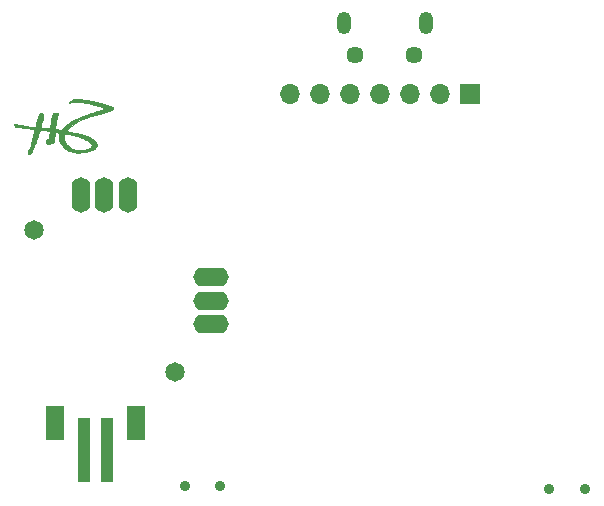
<source format=gbr>
G04 #@! TF.FileFunction,Soldermask,Bot*
%FSLAX46Y46*%
G04 Gerber Fmt 4.6, Leading zero omitted, Abs format (unit mm)*
G04 Created by KiCad (PCBNEW 4.0.4-stable) date 07/06/18 22:39:36*
%MOMM*%
%LPD*%
G01*
G04 APERTURE LIST*
%ADD10C,0.100000*%
%ADD11C,0.010000*%
%ADD12R,1.700000X1.700000*%
%ADD13O,1.700000X1.700000*%
%ADD14R,1.000000X5.500000*%
%ADD15R,1.600000X3.000000*%
%ADD16C,1.450000*%
%ADD17O,1.200000X1.900000*%
%ADD18C,0.900000*%
%ADD19O,3.000000X1.600000*%
%ADD20O,1.600000X3.000000*%
%ADD21C,1.650000*%
G04 APERTURE END LIST*
D10*
D11*
G36*
X111654219Y-65855526D02*
X111601566Y-65884793D01*
X111560568Y-65908469D01*
X111528763Y-65928221D01*
X111503688Y-65945719D01*
X111482880Y-65962630D01*
X111463877Y-65980624D01*
X111453113Y-65991787D01*
X111437752Y-66010174D01*
X111421396Y-66032913D01*
X111406446Y-66056174D01*
X111395299Y-66076130D01*
X111390357Y-66088952D01*
X111390740Y-66091322D01*
X111398785Y-66090370D01*
X111418791Y-66086152D01*
X111447362Y-66079416D01*
X111468373Y-66074182D01*
X111561748Y-66053474D01*
X111666266Y-66035641D01*
X111777339Y-66021399D01*
X111853667Y-66014178D01*
X111913824Y-66010695D01*
X111986129Y-66008745D01*
X112066936Y-66008258D01*
X112152600Y-66009160D01*
X112239476Y-66011381D01*
X112323918Y-66014848D01*
X112402280Y-66019490D01*
X112470918Y-66025236D01*
X112483688Y-66026569D01*
X112734256Y-66059933D01*
X112993338Y-66106462D01*
X113260665Y-66166095D01*
X113535970Y-66238771D01*
X113818986Y-66324429D01*
X113870309Y-66341084D01*
X113937804Y-66363512D01*
X114007436Y-66387205D01*
X114077597Y-66411567D01*
X114146677Y-66436004D01*
X114213065Y-66459921D01*
X114275154Y-66482721D01*
X114331332Y-66503810D01*
X114379991Y-66522593D01*
X114419521Y-66538474D01*
X114448312Y-66550859D01*
X114464755Y-66559152D01*
X114468063Y-66562127D01*
X114465245Y-66564310D01*
X114456302Y-66568303D01*
X114440499Y-66574348D01*
X114417104Y-66582685D01*
X114385381Y-66593557D01*
X114344596Y-66607205D01*
X114294016Y-66623870D01*
X114232906Y-66643794D01*
X114160533Y-66667218D01*
X114076162Y-66694383D01*
X113979060Y-66725532D01*
X113868491Y-66760905D01*
X113743723Y-66800743D01*
X113706063Y-66812757D01*
X113550658Y-66862465D01*
X113409158Y-66908047D01*
X113280265Y-66949948D01*
X113162682Y-66988618D01*
X113055113Y-67024503D01*
X112956259Y-67058050D01*
X112864823Y-67089707D01*
X112779510Y-67119922D01*
X112699020Y-67149142D01*
X112622058Y-67177814D01*
X112547326Y-67206386D01*
X112473526Y-67235305D01*
X112426022Y-67254267D01*
X112203146Y-67347607D01*
X111995270Y-67442599D01*
X111801560Y-67539766D01*
X111621181Y-67639632D01*
X111453299Y-67742719D01*
X111297079Y-67849551D01*
X111151686Y-67960651D01*
X111016285Y-68076543D01*
X110890043Y-68197749D01*
X110842977Y-68246716D01*
X110813166Y-68278822D01*
X110784738Y-68310116D01*
X110760851Y-68337082D01*
X110744662Y-68356203D01*
X110744280Y-68356679D01*
X110717594Y-68390014D01*
X110654094Y-68385951D01*
X110621942Y-68382287D01*
X110579733Y-68375198D01*
X110532661Y-68365661D01*
X110485922Y-68354656D01*
X110480306Y-68353211D01*
X110420353Y-68338753D01*
X110362929Y-68327014D01*
X110310694Y-68318387D01*
X110266308Y-68313268D01*
X110232431Y-68312050D01*
X110215318Y-68313983D01*
X110196047Y-68318820D01*
X110201167Y-68240363D01*
X110209381Y-68133435D01*
X110220006Y-68030586D01*
X110233583Y-67928284D01*
X110250656Y-67822994D01*
X110271765Y-67711184D01*
X110297452Y-67589318D01*
X110308721Y-67538775D01*
X110332308Y-67433941D01*
X110352518Y-67343172D01*
X110369645Y-67265089D01*
X110383984Y-67198311D01*
X110395828Y-67141459D01*
X110405471Y-67093153D01*
X110413208Y-67052014D01*
X110416713Y-67032199D01*
X110423373Y-66993789D01*
X110426164Y-66967839D01*
X110422976Y-66951031D01*
X110411696Y-66940046D01*
X110390213Y-66931566D01*
X110356414Y-66922275D01*
X110344765Y-66919159D01*
X110269737Y-66905390D01*
X110199770Y-66905656D01*
X110135800Y-66919791D01*
X110078766Y-66947628D01*
X110046542Y-66972371D01*
X110012991Y-67006775D01*
X109982568Y-67047339D01*
X109955021Y-67095008D01*
X109930100Y-67150729D01*
X109907554Y-67215448D01*
X109887132Y-67290111D01*
X109868582Y-67375664D01*
X109851655Y-67473054D01*
X109836099Y-67583225D01*
X109821663Y-67707124D01*
X109808096Y-67845698D01*
X109804693Y-67884093D01*
X109799141Y-67947048D01*
X109793650Y-68007611D01*
X109788465Y-68063203D01*
X109783832Y-68111246D01*
X109779996Y-68149162D01*
X109777201Y-68174374D01*
X109776774Y-68177781D01*
X109773097Y-68207875D01*
X109770414Y-68233246D01*
X109769308Y-68248332D01*
X109768429Y-68253801D01*
X109764510Y-68257626D01*
X109755319Y-68259982D01*
X109738626Y-68261042D01*
X109712196Y-68260980D01*
X109673798Y-68259969D01*
X109636110Y-68258705D01*
X109508769Y-68250278D01*
X109383767Y-68234409D01*
X109376157Y-68233173D01*
X109290521Y-68220972D01*
X109205467Y-68213055D01*
X109113164Y-68208706D01*
X109106282Y-68208518D01*
X108963407Y-68204780D01*
X108964005Y-68135718D01*
X108964772Y-68110228D01*
X108966908Y-68084423D01*
X108970841Y-68056543D01*
X108976999Y-68024825D01*
X108985808Y-67987509D01*
X108997697Y-67942835D01*
X109013093Y-67889042D01*
X109032423Y-67824368D01*
X109056115Y-67747053D01*
X109066523Y-67713437D01*
X109101110Y-67599415D01*
X109129852Y-67499034D01*
X109153005Y-67411281D01*
X109170828Y-67335141D01*
X109183578Y-67269602D01*
X109189585Y-67229787D01*
X109195325Y-67152287D01*
X109190968Y-67086633D01*
X109176565Y-67032946D01*
X109152163Y-66991346D01*
X109117813Y-66961953D01*
X109073564Y-66944888D01*
X109072504Y-66944657D01*
X109024448Y-66940721D01*
X108978784Y-66950377D01*
X108935025Y-66974029D01*
X108892686Y-67012080D01*
X108851282Y-67064937D01*
X108810326Y-67133002D01*
X108784164Y-67184650D01*
X108753450Y-67254357D01*
X108723799Y-67332979D01*
X108694849Y-67421751D01*
X108666238Y-67521910D01*
X108637604Y-67634693D01*
X108608584Y-67761335D01*
X108590663Y-67845321D01*
X108579258Y-67900001D01*
X108568101Y-67953319D01*
X108557890Y-68001965D01*
X108549319Y-68042626D01*
X108543084Y-68071991D01*
X108541841Y-68077787D01*
X108529192Y-68136542D01*
X108388038Y-68131243D01*
X108307542Y-68127433D01*
X108227954Y-68121945D01*
X108147434Y-68114512D01*
X108064140Y-68104861D01*
X107976233Y-68092725D01*
X107881871Y-68077832D01*
X107779215Y-68059913D01*
X107666422Y-68038699D01*
X107541654Y-68013918D01*
X107427500Y-67990411D01*
X107294986Y-67963216D01*
X107176549Y-67939855D01*
X107072416Y-67920368D01*
X106982817Y-67904794D01*
X106907981Y-67893176D01*
X106848137Y-67885552D01*
X106821474Y-67883060D01*
X106754988Y-67877950D01*
X106749911Y-67905010D01*
X106749717Y-67938086D01*
X106759083Y-67982229D01*
X106777688Y-68036082D01*
X106785373Y-68054750D01*
X106795516Y-68078392D01*
X106802919Y-68095326D01*
X106805615Y-68101157D01*
X106814046Y-68103360D01*
X106836942Y-68107296D01*
X106873005Y-68112800D01*
X106920938Y-68119705D01*
X106979446Y-68127845D01*
X107047231Y-68137054D01*
X107122997Y-68147166D01*
X107205447Y-68158013D01*
X107293284Y-68169429D01*
X107385212Y-68181249D01*
X107479934Y-68193305D01*
X107576154Y-68205432D01*
X107672574Y-68217463D01*
X107767898Y-68229232D01*
X107860829Y-68240571D01*
X107950071Y-68251316D01*
X108034326Y-68261300D01*
X108112299Y-68270355D01*
X108182693Y-68278317D01*
X108209250Y-68281247D01*
X108271870Y-68288154D01*
X108329256Y-68294597D01*
X108379555Y-68300359D01*
X108420909Y-68305222D01*
X108451464Y-68308969D01*
X108469365Y-68311383D01*
X108473365Y-68312156D01*
X108471691Y-68320025D01*
X108465673Y-68340567D01*
X108456051Y-68371416D01*
X108443562Y-68410206D01*
X108428946Y-68454571D01*
X108428321Y-68456448D01*
X108408741Y-68516689D01*
X108389940Y-68577807D01*
X108371429Y-68641691D01*
X108352715Y-68710229D01*
X108333309Y-68785308D01*
X108312719Y-68868817D01*
X108290456Y-68962644D01*
X108266027Y-69068678D01*
X108244950Y-69161982D01*
X108224302Y-69253792D01*
X108206536Y-69332156D01*
X108191149Y-69399137D01*
X108177636Y-69456800D01*
X108165493Y-69507208D01*
X108154214Y-69552424D01*
X108143297Y-69594511D01*
X108132235Y-69635534D01*
X108120524Y-69677555D01*
X108109094Y-69717656D01*
X108089301Y-69784288D01*
X108071293Y-69839184D01*
X108053550Y-69886136D01*
X108034558Y-69928935D01*
X108012800Y-69971375D01*
X107994819Y-70003406D01*
X107960818Y-70063616D01*
X107934595Y-70113218D01*
X107914971Y-70154710D01*
X107900764Y-70190589D01*
X107890795Y-70223352D01*
X107890692Y-70223750D01*
X107883300Y-70266826D01*
X107882159Y-70310256D01*
X107886697Y-70350751D01*
X107896337Y-70385025D01*
X107910508Y-70409791D01*
X107925085Y-70420691D01*
X107956966Y-70426817D01*
X107997268Y-70425740D01*
X108040399Y-70417714D01*
X108049680Y-70415051D01*
X108086041Y-70397260D01*
X108123592Y-70367248D01*
X108159202Y-70328070D01*
X108189742Y-70282783D01*
X108195004Y-70273188D01*
X108207823Y-70246949D01*
X108224197Y-70210643D01*
X108242033Y-70169038D01*
X108259237Y-70126905D01*
X108259460Y-70126344D01*
X108276614Y-70083617D01*
X108297830Y-70031599D01*
X108320927Y-69975596D01*
X108343722Y-69920914D01*
X108354405Y-69895534D01*
X108394632Y-69797662D01*
X108438620Y-69685500D01*
X108486456Y-69558819D01*
X108538223Y-69417394D01*
X108594006Y-69260997D01*
X108626534Y-69168217D01*
X108670225Y-69042977D01*
X108709061Y-68931832D01*
X108743367Y-68833867D01*
X108773462Y-68748170D01*
X108799670Y-68673827D01*
X108822313Y-68609925D01*
X108841713Y-68555550D01*
X108858192Y-68509789D01*
X108872073Y-68471730D01*
X108875093Y-68463531D01*
X108910263Y-68368281D01*
X108948741Y-68369618D01*
X108967716Y-68370934D01*
X109000272Y-68373921D01*
X109044229Y-68378334D01*
X109097411Y-68383924D01*
X109157638Y-68390445D01*
X109222733Y-68397650D01*
X109290516Y-68405293D01*
X109358811Y-68413127D01*
X109425438Y-68420904D01*
X109488219Y-68428378D01*
X109544977Y-68435302D01*
X109593532Y-68441429D01*
X109631707Y-68446513D01*
X109648016Y-68448854D01*
X109737313Y-68462223D01*
X109737313Y-68507342D01*
X109735934Y-68530121D01*
X109732114Y-68564904D01*
X109726328Y-68608092D01*
X109719049Y-68656086D01*
X109712644Y-68694528D01*
X109700847Y-68767899D01*
X109692867Y-68831684D01*
X109688115Y-68891545D01*
X109686048Y-68950218D01*
X109684880Y-68997827D01*
X109683073Y-69031923D01*
X109680362Y-69054867D01*
X109676485Y-69069015D01*
X109672018Y-69075946D01*
X109661157Y-69084737D01*
X109639930Y-69100295D01*
X109611183Y-69120587D01*
X109577761Y-69143580D01*
X109569958Y-69148870D01*
X109522033Y-69182983D01*
X109486401Y-69212992D01*
X109460962Y-69241497D01*
X109443618Y-69271094D01*
X109432270Y-69304383D01*
X109427907Y-69324750D01*
X109423228Y-69382621D01*
X109431870Y-69431885D01*
X109453829Y-69472523D01*
X109463498Y-69483529D01*
X109494728Y-69511242D01*
X109527765Y-69530655D01*
X109566103Y-69542929D01*
X109613233Y-69549223D01*
X109665875Y-69550734D01*
X109713182Y-69549622D01*
X109756515Y-69546066D01*
X109799669Y-69539343D01*
X109846437Y-69528735D01*
X109900611Y-69513519D01*
X109960460Y-69494766D01*
X110045697Y-69467210D01*
X110057675Y-69413839D01*
X110074859Y-69331270D01*
X110092128Y-69237085D01*
X110108788Y-69135523D01*
X110124144Y-69030824D01*
X110137503Y-68927227D01*
X110137898Y-68923906D01*
X110141812Y-68889360D01*
X110146378Y-68846570D01*
X110151321Y-68798375D01*
X110156370Y-68747613D01*
X110161252Y-68697123D01*
X110165695Y-68649744D01*
X110169424Y-68608316D01*
X110172169Y-68575676D01*
X110173656Y-68554664D01*
X110173843Y-68549644D01*
X110179531Y-68546077D01*
X110197399Y-68547018D01*
X110228714Y-68552576D01*
X110242616Y-68555530D01*
X110266440Y-68561064D01*
X110299680Y-68569234D01*
X110339662Y-68579336D01*
X110383710Y-68590665D01*
X110429150Y-68602518D01*
X110473304Y-68614192D01*
X110513500Y-68624982D01*
X110547060Y-68634184D01*
X110571311Y-68641096D01*
X110583576Y-68645012D01*
X110584490Y-68645468D01*
X110582503Y-68652992D01*
X110575600Y-68671523D01*
X110565135Y-68697485D01*
X110561741Y-68705621D01*
X110530035Y-68801114D01*
X110511958Y-68903208D01*
X110507515Y-69010350D01*
X110516713Y-69120991D01*
X110539556Y-69233581D01*
X110559593Y-69300767D01*
X110610360Y-69428675D01*
X110675126Y-69552186D01*
X110752448Y-69669404D01*
X110840881Y-69778434D01*
X110938980Y-69877381D01*
X111045301Y-69964350D01*
X111088371Y-69994405D01*
X111227744Y-70077618D01*
X111375873Y-70147645D01*
X111532645Y-70204467D01*
X111697948Y-70248063D01*
X111871671Y-70278415D01*
X112053700Y-70295503D01*
X112243923Y-70299309D01*
X112442229Y-70289812D01*
X112648504Y-70266993D01*
X112662282Y-70265035D01*
X112834311Y-70236165D01*
X112991677Y-70201234D01*
X113134392Y-70160239D01*
X113262465Y-70113176D01*
X113331426Y-70082437D01*
X113408743Y-70043437D01*
X113473876Y-70005978D01*
X113530092Y-69967947D01*
X113580655Y-69927229D01*
X113604027Y-69905968D01*
X113649843Y-69858586D01*
X113683174Y-69813788D01*
X113706235Y-69768174D01*
X113718311Y-69730659D01*
X113722644Y-69711921D01*
X113291886Y-69711921D01*
X113284915Y-69748101D01*
X113269125Y-69780992D01*
X113242731Y-69814585D01*
X113213171Y-69844277D01*
X113161325Y-69885554D01*
X113095581Y-69925469D01*
X113017904Y-69963359D01*
X112930255Y-69998560D01*
X112834599Y-70030411D01*
X112732897Y-70058249D01*
X112627112Y-70081410D01*
X112519208Y-70099232D01*
X112427044Y-70109710D01*
X112367515Y-70114426D01*
X112318152Y-70116767D01*
X112273422Y-70116743D01*
X112227797Y-70114365D01*
X112180920Y-70110172D01*
X112047828Y-70090317D01*
X111916400Y-70058392D01*
X111787901Y-70015285D01*
X111663594Y-69961884D01*
X111544745Y-69899077D01*
X111432618Y-69827752D01*
X111328478Y-69748796D01*
X111233588Y-69663097D01*
X111149215Y-69571543D01*
X111076622Y-69475021D01*
X111017073Y-69374420D01*
X110971834Y-69270628D01*
X110967540Y-69258332D01*
X110947340Y-69191745D01*
X110934584Y-69130148D01*
X110928108Y-69066372D01*
X110926671Y-69006359D01*
X110934679Y-68900091D01*
X110958332Y-68796459D01*
X110983546Y-68727000D01*
X110998281Y-68692134D01*
X111008716Y-68669732D01*
X111016793Y-68657663D01*
X111024452Y-68653795D01*
X111033632Y-68655994D01*
X111043729Y-68660865D01*
X111061876Y-68667884D01*
X111090475Y-68676714D01*
X111124457Y-68685834D01*
X111138282Y-68689191D01*
X111287710Y-68724357D01*
X111422774Y-68756303D01*
X111544583Y-68785348D01*
X111654250Y-68811811D01*
X111752885Y-68836011D01*
X111841598Y-68858267D01*
X111921502Y-68878896D01*
X111993706Y-68898219D01*
X112059321Y-68916554D01*
X112119459Y-68934219D01*
X112175230Y-68951534D01*
X112227745Y-68968816D01*
X112278115Y-68986386D01*
X112327451Y-69004562D01*
X112376865Y-69023663D01*
X112427465Y-69044006D01*
X112480365Y-69065912D01*
X112536674Y-69089699D01*
X112542325Y-69092104D01*
X112676148Y-69150976D01*
X112794977Y-69207306D01*
X112899428Y-69261447D01*
X112990117Y-69313754D01*
X113067659Y-69364580D01*
X113132668Y-69414278D01*
X113182188Y-69459560D01*
X113227738Y-69510286D01*
X113260027Y-69557901D01*
X113280524Y-69605205D01*
X113290701Y-69655001D01*
X113291823Y-69668463D01*
X113291886Y-69711921D01*
X113722644Y-69711921D01*
X113724651Y-69703244D01*
X113727102Y-69681394D01*
X113725689Y-69658610D01*
X113720433Y-69628395D01*
X113718701Y-69619798D01*
X113700349Y-69556298D01*
X113670771Y-69487038D01*
X113631787Y-69415307D01*
X113585214Y-69344394D01*
X113532871Y-69277587D01*
X113523549Y-69266896D01*
X113472127Y-69216085D01*
X113406873Y-69163478D01*
X113329562Y-69110173D01*
X113241970Y-69057267D01*
X113145875Y-69005858D01*
X113043052Y-68957043D01*
X112974418Y-68927621D01*
X112906926Y-68900793D01*
X112837242Y-68875011D01*
X112764160Y-68849959D01*
X112686479Y-68825321D01*
X112602992Y-68800781D01*
X112512497Y-68776022D01*
X112413789Y-68750726D01*
X112305664Y-68724579D01*
X112186917Y-68697263D01*
X112056346Y-68668462D01*
X111912745Y-68637859D01*
X111754910Y-68605138D01*
X111721688Y-68598344D01*
X111613225Y-68576036D01*
X111512235Y-68554919D01*
X111420017Y-68535277D01*
X111337867Y-68517392D01*
X111267084Y-68501549D01*
X111208965Y-68488030D01*
X111164808Y-68477119D01*
X111155791Y-68474750D01*
X111125675Y-68466699D01*
X111151760Y-68433365D01*
X111174497Y-68406426D01*
X111206692Y-68371196D01*
X111246003Y-68330002D01*
X111290091Y-68285175D01*
X111336614Y-68239043D01*
X111383231Y-68193937D01*
X111427603Y-68152184D01*
X111467387Y-68116116D01*
X111491500Y-68095289D01*
X111676268Y-67950124D01*
X111874228Y-67813567D01*
X112085158Y-67685737D01*
X112308835Y-67566754D01*
X112545038Y-67456739D01*
X112793542Y-67355809D01*
X113011532Y-67278171D01*
X113075388Y-67257075D01*
X113136217Y-67237628D01*
X113196272Y-67219202D01*
X113257808Y-67201169D01*
X113323079Y-67182903D01*
X113394339Y-67163773D01*
X113473842Y-67143154D01*
X113563842Y-67120416D01*
X113666594Y-67094932D01*
X113690188Y-67089127D01*
X113799196Y-67062177D01*
X113895025Y-67038095D01*
X113979983Y-67016244D01*
X114056373Y-66995988D01*
X114126502Y-66976690D01*
X114192675Y-66957715D01*
X114257197Y-66938425D01*
X114322375Y-66918184D01*
X114390513Y-66896357D01*
X114401534Y-66892775D01*
X114455972Y-66875244D01*
X114511929Y-66857553D01*
X114565238Y-66840997D01*
X114611730Y-66826871D01*
X114646657Y-66816634D01*
X114743895Y-66787898D01*
X114826517Y-66760808D01*
X114895618Y-66734739D01*
X114952292Y-66709063D01*
X114997635Y-66683155D01*
X115032741Y-66656389D01*
X115058706Y-66628138D01*
X115076625Y-66597776D01*
X115087592Y-66564678D01*
X115087634Y-66564490D01*
X115090707Y-66524166D01*
X115079558Y-66489592D01*
X115059525Y-66463928D01*
X115029796Y-66440204D01*
X114986073Y-66413915D01*
X114929903Y-66385736D01*
X114862833Y-66356343D01*
X114786409Y-66326410D01*
X114702179Y-66296615D01*
X114611688Y-66267631D01*
X114606166Y-66265955D01*
X114548381Y-66248922D01*
X114477374Y-66228741D01*
X114395355Y-66205987D01*
X114304535Y-66181237D01*
X114207123Y-66155069D01*
X114105329Y-66128060D01*
X114001363Y-66100785D01*
X113897435Y-66073823D01*
X113795755Y-66047751D01*
X113698532Y-66023144D01*
X113607978Y-66000580D01*
X113526301Y-65980637D01*
X113455711Y-65963890D01*
X113404438Y-65952237D01*
X113183791Y-65906443D01*
X112973335Y-65868832D01*
X112769883Y-65839033D01*
X112570252Y-65816679D01*
X112371255Y-65801401D01*
X112169708Y-65792831D01*
X112007438Y-65790562D01*
X111773282Y-65790034D01*
X111654219Y-65855526D01*
X111654219Y-65855526D01*
G37*
X111654219Y-65855526D02*
X111601566Y-65884793D01*
X111560568Y-65908469D01*
X111528763Y-65928221D01*
X111503688Y-65945719D01*
X111482880Y-65962630D01*
X111463877Y-65980624D01*
X111453113Y-65991787D01*
X111437752Y-66010174D01*
X111421396Y-66032913D01*
X111406446Y-66056174D01*
X111395299Y-66076130D01*
X111390357Y-66088952D01*
X111390740Y-66091322D01*
X111398785Y-66090370D01*
X111418791Y-66086152D01*
X111447362Y-66079416D01*
X111468373Y-66074182D01*
X111561748Y-66053474D01*
X111666266Y-66035641D01*
X111777339Y-66021399D01*
X111853667Y-66014178D01*
X111913824Y-66010695D01*
X111986129Y-66008745D01*
X112066936Y-66008258D01*
X112152600Y-66009160D01*
X112239476Y-66011381D01*
X112323918Y-66014848D01*
X112402280Y-66019490D01*
X112470918Y-66025236D01*
X112483688Y-66026569D01*
X112734256Y-66059933D01*
X112993338Y-66106462D01*
X113260665Y-66166095D01*
X113535970Y-66238771D01*
X113818986Y-66324429D01*
X113870309Y-66341084D01*
X113937804Y-66363512D01*
X114007436Y-66387205D01*
X114077597Y-66411567D01*
X114146677Y-66436004D01*
X114213065Y-66459921D01*
X114275154Y-66482721D01*
X114331332Y-66503810D01*
X114379991Y-66522593D01*
X114419521Y-66538474D01*
X114448312Y-66550859D01*
X114464755Y-66559152D01*
X114468063Y-66562127D01*
X114465245Y-66564310D01*
X114456302Y-66568303D01*
X114440499Y-66574348D01*
X114417104Y-66582685D01*
X114385381Y-66593557D01*
X114344596Y-66607205D01*
X114294016Y-66623870D01*
X114232906Y-66643794D01*
X114160533Y-66667218D01*
X114076162Y-66694383D01*
X113979060Y-66725532D01*
X113868491Y-66760905D01*
X113743723Y-66800743D01*
X113706063Y-66812757D01*
X113550658Y-66862465D01*
X113409158Y-66908047D01*
X113280265Y-66949948D01*
X113162682Y-66988618D01*
X113055113Y-67024503D01*
X112956259Y-67058050D01*
X112864823Y-67089707D01*
X112779510Y-67119922D01*
X112699020Y-67149142D01*
X112622058Y-67177814D01*
X112547326Y-67206386D01*
X112473526Y-67235305D01*
X112426022Y-67254267D01*
X112203146Y-67347607D01*
X111995270Y-67442599D01*
X111801560Y-67539766D01*
X111621181Y-67639632D01*
X111453299Y-67742719D01*
X111297079Y-67849551D01*
X111151686Y-67960651D01*
X111016285Y-68076543D01*
X110890043Y-68197749D01*
X110842977Y-68246716D01*
X110813166Y-68278822D01*
X110784738Y-68310116D01*
X110760851Y-68337082D01*
X110744662Y-68356203D01*
X110744280Y-68356679D01*
X110717594Y-68390014D01*
X110654094Y-68385951D01*
X110621942Y-68382287D01*
X110579733Y-68375198D01*
X110532661Y-68365661D01*
X110485922Y-68354656D01*
X110480306Y-68353211D01*
X110420353Y-68338753D01*
X110362929Y-68327014D01*
X110310694Y-68318387D01*
X110266308Y-68313268D01*
X110232431Y-68312050D01*
X110215318Y-68313983D01*
X110196047Y-68318820D01*
X110201167Y-68240363D01*
X110209381Y-68133435D01*
X110220006Y-68030586D01*
X110233583Y-67928284D01*
X110250656Y-67822994D01*
X110271765Y-67711184D01*
X110297452Y-67589318D01*
X110308721Y-67538775D01*
X110332308Y-67433941D01*
X110352518Y-67343172D01*
X110369645Y-67265089D01*
X110383984Y-67198311D01*
X110395828Y-67141459D01*
X110405471Y-67093153D01*
X110413208Y-67052014D01*
X110416713Y-67032199D01*
X110423373Y-66993789D01*
X110426164Y-66967839D01*
X110422976Y-66951031D01*
X110411696Y-66940046D01*
X110390213Y-66931566D01*
X110356414Y-66922275D01*
X110344765Y-66919159D01*
X110269737Y-66905390D01*
X110199770Y-66905656D01*
X110135800Y-66919791D01*
X110078766Y-66947628D01*
X110046542Y-66972371D01*
X110012991Y-67006775D01*
X109982568Y-67047339D01*
X109955021Y-67095008D01*
X109930100Y-67150729D01*
X109907554Y-67215448D01*
X109887132Y-67290111D01*
X109868582Y-67375664D01*
X109851655Y-67473054D01*
X109836099Y-67583225D01*
X109821663Y-67707124D01*
X109808096Y-67845698D01*
X109804693Y-67884093D01*
X109799141Y-67947048D01*
X109793650Y-68007611D01*
X109788465Y-68063203D01*
X109783832Y-68111246D01*
X109779996Y-68149162D01*
X109777201Y-68174374D01*
X109776774Y-68177781D01*
X109773097Y-68207875D01*
X109770414Y-68233246D01*
X109769308Y-68248332D01*
X109768429Y-68253801D01*
X109764510Y-68257626D01*
X109755319Y-68259982D01*
X109738626Y-68261042D01*
X109712196Y-68260980D01*
X109673798Y-68259969D01*
X109636110Y-68258705D01*
X109508769Y-68250278D01*
X109383767Y-68234409D01*
X109376157Y-68233173D01*
X109290521Y-68220972D01*
X109205467Y-68213055D01*
X109113164Y-68208706D01*
X109106282Y-68208518D01*
X108963407Y-68204780D01*
X108964005Y-68135718D01*
X108964772Y-68110228D01*
X108966908Y-68084423D01*
X108970841Y-68056543D01*
X108976999Y-68024825D01*
X108985808Y-67987509D01*
X108997697Y-67942835D01*
X109013093Y-67889042D01*
X109032423Y-67824368D01*
X109056115Y-67747053D01*
X109066523Y-67713437D01*
X109101110Y-67599415D01*
X109129852Y-67499034D01*
X109153005Y-67411281D01*
X109170828Y-67335141D01*
X109183578Y-67269602D01*
X109189585Y-67229787D01*
X109195325Y-67152287D01*
X109190968Y-67086633D01*
X109176565Y-67032946D01*
X109152163Y-66991346D01*
X109117813Y-66961953D01*
X109073564Y-66944888D01*
X109072504Y-66944657D01*
X109024448Y-66940721D01*
X108978784Y-66950377D01*
X108935025Y-66974029D01*
X108892686Y-67012080D01*
X108851282Y-67064937D01*
X108810326Y-67133002D01*
X108784164Y-67184650D01*
X108753450Y-67254357D01*
X108723799Y-67332979D01*
X108694849Y-67421751D01*
X108666238Y-67521910D01*
X108637604Y-67634693D01*
X108608584Y-67761335D01*
X108590663Y-67845321D01*
X108579258Y-67900001D01*
X108568101Y-67953319D01*
X108557890Y-68001965D01*
X108549319Y-68042626D01*
X108543084Y-68071991D01*
X108541841Y-68077787D01*
X108529192Y-68136542D01*
X108388038Y-68131243D01*
X108307542Y-68127433D01*
X108227954Y-68121945D01*
X108147434Y-68114512D01*
X108064140Y-68104861D01*
X107976233Y-68092725D01*
X107881871Y-68077832D01*
X107779215Y-68059913D01*
X107666422Y-68038699D01*
X107541654Y-68013918D01*
X107427500Y-67990411D01*
X107294986Y-67963216D01*
X107176549Y-67939855D01*
X107072416Y-67920368D01*
X106982817Y-67904794D01*
X106907981Y-67893176D01*
X106848137Y-67885552D01*
X106821474Y-67883060D01*
X106754988Y-67877950D01*
X106749911Y-67905010D01*
X106749717Y-67938086D01*
X106759083Y-67982229D01*
X106777688Y-68036082D01*
X106785373Y-68054750D01*
X106795516Y-68078392D01*
X106802919Y-68095326D01*
X106805615Y-68101157D01*
X106814046Y-68103360D01*
X106836942Y-68107296D01*
X106873005Y-68112800D01*
X106920938Y-68119705D01*
X106979446Y-68127845D01*
X107047231Y-68137054D01*
X107122997Y-68147166D01*
X107205447Y-68158013D01*
X107293284Y-68169429D01*
X107385212Y-68181249D01*
X107479934Y-68193305D01*
X107576154Y-68205432D01*
X107672574Y-68217463D01*
X107767898Y-68229232D01*
X107860829Y-68240571D01*
X107950071Y-68251316D01*
X108034326Y-68261300D01*
X108112299Y-68270355D01*
X108182693Y-68278317D01*
X108209250Y-68281247D01*
X108271870Y-68288154D01*
X108329256Y-68294597D01*
X108379555Y-68300359D01*
X108420909Y-68305222D01*
X108451464Y-68308969D01*
X108469365Y-68311383D01*
X108473365Y-68312156D01*
X108471691Y-68320025D01*
X108465673Y-68340567D01*
X108456051Y-68371416D01*
X108443562Y-68410206D01*
X108428946Y-68454571D01*
X108428321Y-68456448D01*
X108408741Y-68516689D01*
X108389940Y-68577807D01*
X108371429Y-68641691D01*
X108352715Y-68710229D01*
X108333309Y-68785308D01*
X108312719Y-68868817D01*
X108290456Y-68962644D01*
X108266027Y-69068678D01*
X108244950Y-69161982D01*
X108224302Y-69253792D01*
X108206536Y-69332156D01*
X108191149Y-69399137D01*
X108177636Y-69456800D01*
X108165493Y-69507208D01*
X108154214Y-69552424D01*
X108143297Y-69594511D01*
X108132235Y-69635534D01*
X108120524Y-69677555D01*
X108109094Y-69717656D01*
X108089301Y-69784288D01*
X108071293Y-69839184D01*
X108053550Y-69886136D01*
X108034558Y-69928935D01*
X108012800Y-69971375D01*
X107994819Y-70003406D01*
X107960818Y-70063616D01*
X107934595Y-70113218D01*
X107914971Y-70154710D01*
X107900764Y-70190589D01*
X107890795Y-70223352D01*
X107890692Y-70223750D01*
X107883300Y-70266826D01*
X107882159Y-70310256D01*
X107886697Y-70350751D01*
X107896337Y-70385025D01*
X107910508Y-70409791D01*
X107925085Y-70420691D01*
X107956966Y-70426817D01*
X107997268Y-70425740D01*
X108040399Y-70417714D01*
X108049680Y-70415051D01*
X108086041Y-70397260D01*
X108123592Y-70367248D01*
X108159202Y-70328070D01*
X108189742Y-70282783D01*
X108195004Y-70273188D01*
X108207823Y-70246949D01*
X108224197Y-70210643D01*
X108242033Y-70169038D01*
X108259237Y-70126905D01*
X108259460Y-70126344D01*
X108276614Y-70083617D01*
X108297830Y-70031599D01*
X108320927Y-69975596D01*
X108343722Y-69920914D01*
X108354405Y-69895534D01*
X108394632Y-69797662D01*
X108438620Y-69685500D01*
X108486456Y-69558819D01*
X108538223Y-69417394D01*
X108594006Y-69260997D01*
X108626534Y-69168217D01*
X108670225Y-69042977D01*
X108709061Y-68931832D01*
X108743367Y-68833867D01*
X108773462Y-68748170D01*
X108799670Y-68673827D01*
X108822313Y-68609925D01*
X108841713Y-68555550D01*
X108858192Y-68509789D01*
X108872073Y-68471730D01*
X108875093Y-68463531D01*
X108910263Y-68368281D01*
X108948741Y-68369618D01*
X108967716Y-68370934D01*
X109000272Y-68373921D01*
X109044229Y-68378334D01*
X109097411Y-68383924D01*
X109157638Y-68390445D01*
X109222733Y-68397650D01*
X109290516Y-68405293D01*
X109358811Y-68413127D01*
X109425438Y-68420904D01*
X109488219Y-68428378D01*
X109544977Y-68435302D01*
X109593532Y-68441429D01*
X109631707Y-68446513D01*
X109648016Y-68448854D01*
X109737313Y-68462223D01*
X109737313Y-68507342D01*
X109735934Y-68530121D01*
X109732114Y-68564904D01*
X109726328Y-68608092D01*
X109719049Y-68656086D01*
X109712644Y-68694528D01*
X109700847Y-68767899D01*
X109692867Y-68831684D01*
X109688115Y-68891545D01*
X109686048Y-68950218D01*
X109684880Y-68997827D01*
X109683073Y-69031923D01*
X109680362Y-69054867D01*
X109676485Y-69069015D01*
X109672018Y-69075946D01*
X109661157Y-69084737D01*
X109639930Y-69100295D01*
X109611183Y-69120587D01*
X109577761Y-69143580D01*
X109569958Y-69148870D01*
X109522033Y-69182983D01*
X109486401Y-69212992D01*
X109460962Y-69241497D01*
X109443618Y-69271094D01*
X109432270Y-69304383D01*
X109427907Y-69324750D01*
X109423228Y-69382621D01*
X109431870Y-69431885D01*
X109453829Y-69472523D01*
X109463498Y-69483529D01*
X109494728Y-69511242D01*
X109527765Y-69530655D01*
X109566103Y-69542929D01*
X109613233Y-69549223D01*
X109665875Y-69550734D01*
X109713182Y-69549622D01*
X109756515Y-69546066D01*
X109799669Y-69539343D01*
X109846437Y-69528735D01*
X109900611Y-69513519D01*
X109960460Y-69494766D01*
X110045697Y-69467210D01*
X110057675Y-69413839D01*
X110074859Y-69331270D01*
X110092128Y-69237085D01*
X110108788Y-69135523D01*
X110124144Y-69030824D01*
X110137503Y-68927227D01*
X110137898Y-68923906D01*
X110141812Y-68889360D01*
X110146378Y-68846570D01*
X110151321Y-68798375D01*
X110156370Y-68747613D01*
X110161252Y-68697123D01*
X110165695Y-68649744D01*
X110169424Y-68608316D01*
X110172169Y-68575676D01*
X110173656Y-68554664D01*
X110173843Y-68549644D01*
X110179531Y-68546077D01*
X110197399Y-68547018D01*
X110228714Y-68552576D01*
X110242616Y-68555530D01*
X110266440Y-68561064D01*
X110299680Y-68569234D01*
X110339662Y-68579336D01*
X110383710Y-68590665D01*
X110429150Y-68602518D01*
X110473304Y-68614192D01*
X110513500Y-68624982D01*
X110547060Y-68634184D01*
X110571311Y-68641096D01*
X110583576Y-68645012D01*
X110584490Y-68645468D01*
X110582503Y-68652992D01*
X110575600Y-68671523D01*
X110565135Y-68697485D01*
X110561741Y-68705621D01*
X110530035Y-68801114D01*
X110511958Y-68903208D01*
X110507515Y-69010350D01*
X110516713Y-69120991D01*
X110539556Y-69233581D01*
X110559593Y-69300767D01*
X110610360Y-69428675D01*
X110675126Y-69552186D01*
X110752448Y-69669404D01*
X110840881Y-69778434D01*
X110938980Y-69877381D01*
X111045301Y-69964350D01*
X111088371Y-69994405D01*
X111227744Y-70077618D01*
X111375873Y-70147645D01*
X111532645Y-70204467D01*
X111697948Y-70248063D01*
X111871671Y-70278415D01*
X112053700Y-70295503D01*
X112243923Y-70299309D01*
X112442229Y-70289812D01*
X112648504Y-70266993D01*
X112662282Y-70265035D01*
X112834311Y-70236165D01*
X112991677Y-70201234D01*
X113134392Y-70160239D01*
X113262465Y-70113176D01*
X113331426Y-70082437D01*
X113408743Y-70043437D01*
X113473876Y-70005978D01*
X113530092Y-69967947D01*
X113580655Y-69927229D01*
X113604027Y-69905968D01*
X113649843Y-69858586D01*
X113683174Y-69813788D01*
X113706235Y-69768174D01*
X113718311Y-69730659D01*
X113722644Y-69711921D01*
X113291886Y-69711921D01*
X113284915Y-69748101D01*
X113269125Y-69780992D01*
X113242731Y-69814585D01*
X113213171Y-69844277D01*
X113161325Y-69885554D01*
X113095581Y-69925469D01*
X113017904Y-69963359D01*
X112930255Y-69998560D01*
X112834599Y-70030411D01*
X112732897Y-70058249D01*
X112627112Y-70081410D01*
X112519208Y-70099232D01*
X112427044Y-70109710D01*
X112367515Y-70114426D01*
X112318152Y-70116767D01*
X112273422Y-70116743D01*
X112227797Y-70114365D01*
X112180920Y-70110172D01*
X112047828Y-70090317D01*
X111916400Y-70058392D01*
X111787901Y-70015285D01*
X111663594Y-69961884D01*
X111544745Y-69899077D01*
X111432618Y-69827752D01*
X111328478Y-69748796D01*
X111233588Y-69663097D01*
X111149215Y-69571543D01*
X111076622Y-69475021D01*
X111017073Y-69374420D01*
X110971834Y-69270628D01*
X110967540Y-69258332D01*
X110947340Y-69191745D01*
X110934584Y-69130148D01*
X110928108Y-69066372D01*
X110926671Y-69006359D01*
X110934679Y-68900091D01*
X110958332Y-68796459D01*
X110983546Y-68727000D01*
X110998281Y-68692134D01*
X111008716Y-68669732D01*
X111016793Y-68657663D01*
X111024452Y-68653795D01*
X111033632Y-68655994D01*
X111043729Y-68660865D01*
X111061876Y-68667884D01*
X111090475Y-68676714D01*
X111124457Y-68685834D01*
X111138282Y-68689191D01*
X111287710Y-68724357D01*
X111422774Y-68756303D01*
X111544583Y-68785348D01*
X111654250Y-68811811D01*
X111752885Y-68836011D01*
X111841598Y-68858267D01*
X111921502Y-68878896D01*
X111993706Y-68898219D01*
X112059321Y-68916554D01*
X112119459Y-68934219D01*
X112175230Y-68951534D01*
X112227745Y-68968816D01*
X112278115Y-68986386D01*
X112327451Y-69004562D01*
X112376865Y-69023663D01*
X112427465Y-69044006D01*
X112480365Y-69065912D01*
X112536674Y-69089699D01*
X112542325Y-69092104D01*
X112676148Y-69150976D01*
X112794977Y-69207306D01*
X112899428Y-69261447D01*
X112990117Y-69313754D01*
X113067659Y-69364580D01*
X113132668Y-69414278D01*
X113182188Y-69459560D01*
X113227738Y-69510286D01*
X113260027Y-69557901D01*
X113280524Y-69605205D01*
X113290701Y-69655001D01*
X113291823Y-69668463D01*
X113291886Y-69711921D01*
X113722644Y-69711921D01*
X113724651Y-69703244D01*
X113727102Y-69681394D01*
X113725689Y-69658610D01*
X113720433Y-69628395D01*
X113718701Y-69619798D01*
X113700349Y-69556298D01*
X113670771Y-69487038D01*
X113631787Y-69415307D01*
X113585214Y-69344394D01*
X113532871Y-69277587D01*
X113523549Y-69266896D01*
X113472127Y-69216085D01*
X113406873Y-69163478D01*
X113329562Y-69110173D01*
X113241970Y-69057267D01*
X113145875Y-69005858D01*
X113043052Y-68957043D01*
X112974418Y-68927621D01*
X112906926Y-68900793D01*
X112837242Y-68875011D01*
X112764160Y-68849959D01*
X112686479Y-68825321D01*
X112602992Y-68800781D01*
X112512497Y-68776022D01*
X112413789Y-68750726D01*
X112305664Y-68724579D01*
X112186917Y-68697263D01*
X112056346Y-68668462D01*
X111912745Y-68637859D01*
X111754910Y-68605138D01*
X111721688Y-68598344D01*
X111613225Y-68576036D01*
X111512235Y-68554919D01*
X111420017Y-68535277D01*
X111337867Y-68517392D01*
X111267084Y-68501549D01*
X111208965Y-68488030D01*
X111164808Y-68477119D01*
X111155791Y-68474750D01*
X111125675Y-68466699D01*
X111151760Y-68433365D01*
X111174497Y-68406426D01*
X111206692Y-68371196D01*
X111246003Y-68330002D01*
X111290091Y-68285175D01*
X111336614Y-68239043D01*
X111383231Y-68193937D01*
X111427603Y-68152184D01*
X111467387Y-68116116D01*
X111491500Y-68095289D01*
X111676268Y-67950124D01*
X111874228Y-67813567D01*
X112085158Y-67685737D01*
X112308835Y-67566754D01*
X112545038Y-67456739D01*
X112793542Y-67355809D01*
X113011532Y-67278171D01*
X113075388Y-67257075D01*
X113136217Y-67237628D01*
X113196272Y-67219202D01*
X113257808Y-67201169D01*
X113323079Y-67182903D01*
X113394339Y-67163773D01*
X113473842Y-67143154D01*
X113563842Y-67120416D01*
X113666594Y-67094932D01*
X113690188Y-67089127D01*
X113799196Y-67062177D01*
X113895025Y-67038095D01*
X113979983Y-67016244D01*
X114056373Y-66995988D01*
X114126502Y-66976690D01*
X114192675Y-66957715D01*
X114257197Y-66938425D01*
X114322375Y-66918184D01*
X114390513Y-66896357D01*
X114401534Y-66892775D01*
X114455972Y-66875244D01*
X114511929Y-66857553D01*
X114565238Y-66840997D01*
X114611730Y-66826871D01*
X114646657Y-66816634D01*
X114743895Y-66787898D01*
X114826517Y-66760808D01*
X114895618Y-66734739D01*
X114952292Y-66709063D01*
X114997635Y-66683155D01*
X115032741Y-66656389D01*
X115058706Y-66628138D01*
X115076625Y-66597776D01*
X115087592Y-66564678D01*
X115087634Y-66564490D01*
X115090707Y-66524166D01*
X115079558Y-66489592D01*
X115059525Y-66463928D01*
X115029796Y-66440204D01*
X114986073Y-66413915D01*
X114929903Y-66385736D01*
X114862833Y-66356343D01*
X114786409Y-66326410D01*
X114702179Y-66296615D01*
X114611688Y-66267631D01*
X114606166Y-66265955D01*
X114548381Y-66248922D01*
X114477374Y-66228741D01*
X114395355Y-66205987D01*
X114304535Y-66181237D01*
X114207123Y-66155069D01*
X114105329Y-66128060D01*
X114001363Y-66100785D01*
X113897435Y-66073823D01*
X113795755Y-66047751D01*
X113698532Y-66023144D01*
X113607978Y-66000580D01*
X113526301Y-65980637D01*
X113455711Y-65963890D01*
X113404438Y-65952237D01*
X113183791Y-65906443D01*
X112973335Y-65868832D01*
X112769883Y-65839033D01*
X112570252Y-65816679D01*
X112371255Y-65801401D01*
X112169708Y-65792831D01*
X112007438Y-65790562D01*
X111773282Y-65790034D01*
X111654219Y-65855526D01*
D12*
X145360000Y-65350000D03*
D13*
X142820000Y-65350000D03*
X140280000Y-65350000D03*
X137740000Y-65350000D03*
X135200000Y-65350000D03*
X132660000Y-65350000D03*
X130120000Y-65350000D03*
D14*
X114620000Y-95475000D03*
X112620000Y-95475000D03*
D15*
X117020000Y-93225000D03*
X110220000Y-93225000D03*
D16*
X140620000Y-62050000D03*
X135620000Y-62050000D03*
D17*
X141620000Y-59350000D03*
X134620000Y-59350000D03*
D18*
X121170000Y-98510000D03*
X124170000Y-98510000D03*
X152020000Y-98750000D03*
X155020000Y-98750000D03*
D19*
X123370000Y-82850000D03*
X123370000Y-84850000D03*
X123370000Y-80850000D03*
D20*
X116370000Y-73850000D03*
X114370000Y-73850000D03*
X112370000Y-73850000D03*
D21*
X120370000Y-88850000D03*
X108370000Y-76850000D03*
M02*

</source>
